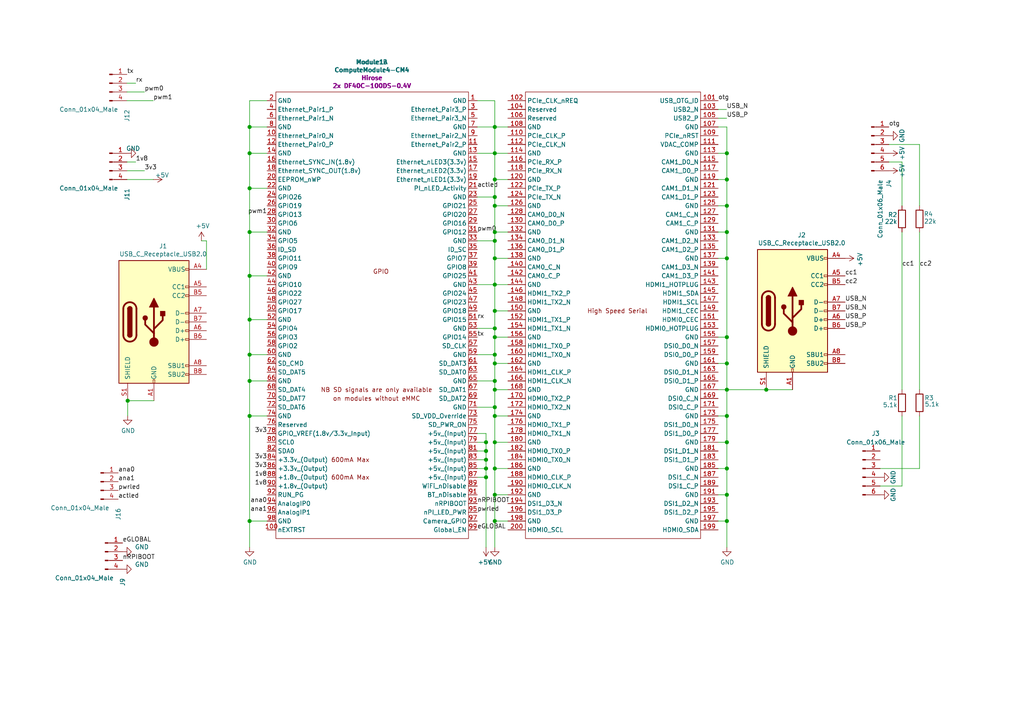
<source format=kicad_sch>
(kicad_sch (version 20210621) (generator eeschema)
  (paper "A4")
  (lib_symbols
    (symbol "CM4IO:ComputeModule4-CM4"
      (property "Reference" "Module" (at -0.4572 -98.1964 0))
      (property "Value" "ComputeModule4-CM4" (at -0.762 -93.5228 0))
      (property "Field4" "Hirose" (at -32.3596 0 0))
      (property "Field5" "2x DF40C-100DS-0.4V" (at -32.3596 -2.54 0))
      (symbol "ComputeModule4-CM4_1_0"
        (text "GPIO" (at -32.3596 6.35 0) (effects (font (size 1.27 1.27))))
      )
      (symbol "ComputeModule4-CM4_1_1"
        (text "600mA Max" (at -41.2496 -53.34 0) (effects (font (size 1.27 1.27))))
        (text "600mA Max" (at -41.2496 -48.26 0) (effects (font (size 1.27 1.27))))
        (text "NB SD signals are only available" (at -33.6296 -27.94 0) (effects (font (size 1.27 1.27))))
        (text "on modules without eMMC" (at -33.6296 -30.48 0) (effects (font (size 1.27 1.27))))
        (rectangle (start -62.8396 -71.12) (end -6.9596 58.42))
        (pin power_in line (at -4.4196 55.88 180) (length 2.54) (name "GND") (number "1"))
        (pin passive line (at -65.3796 45.72 0) (length 2.54) (name "Ethernet_Pair0_N") (number "10"))
        (pin output line (at -65.3796 -68.58 0) (length 2.54) (name "nEXTRST") (number "100"))
        (pin passive line (at -4.4196 43.18 180) (length 2.54) (name "Ethernet_Pair2_P") (number "11"))
        (pin passive line (at -65.3796 43.18 0) (length 2.54) (name "Ethernet_Pair0_P") (number "12"))
        (pin power_in line (at -4.4196 40.64 180) (length 2.54) (name "GND") (number "13"))
        (pin power_in line (at -65.3796 40.64 0) (length 2.54) (name "GND") (number "14"))
        (pin output line (at -4.4196 38.1 180) (length 2.54) (name "Ethernet_nLED3(3.3v)") (number "15"))
        (pin input line (at -65.3796 38.1 0) (length 2.54) (name "Ethernet_SYNC_IN(1.8v)") (number "16"))
        (pin output line (at -4.4196 35.56 180) (length 2.54) (name "Ethernet_nLED2(3.3v)") (number "17"))
        (pin input line (at -65.3796 35.56 0) (length 2.54) (name "Ethernet_SYNC_OUT(1.8v)") (number "18"))
        (pin output line (at -4.4196 33.02 180) (length 2.54) (name "Ethernet_nLED1(3.3v)") (number "19"))
        (pin power_in line (at -65.3796 55.88 0) (length 2.54) (name "GND") (number "2"))
        (pin passive line (at -65.3796 33.02 0) (length 2.54) (name "EEPROM_nWP") (number "20"))
        (pin open_collector line (at -4.4196 30.48 180) (length 2.54) (name "PI_nLED_Activity") (number "21"))
        (pin power_in line (at -65.3796 30.48 0) (length 2.54) (name "GND") (number "22"))
        (pin power_in line (at -4.4196 27.94 180) (length 2.54) (name "GND") (number "23"))
        (pin passive line (at -65.3796 27.94 0) (length 2.54) (name "GPIO26") (number "24"))
        (pin passive line (at -4.4196 25.4 180) (length 2.54) (name "GPIO21") (number "25"))
        (pin passive line (at -65.3796 25.4 0) (length 2.54) (name "GPIO19") (number "26"))
        (pin passive line (at -4.4196 22.86 180) (length 2.54) (name "GPIO20") (number "27"))
        (pin passive line (at -65.3796 22.86 0) (length 2.54) (name "GPIO13") (number "28"))
        (pin passive line (at -4.4196 20.32 180) (length 2.54) (name "GPIO16") (number "29"))
        (pin passive line (at -4.4196 53.34 180) (length 2.54) (name "Ethernet_Pair3_P") (number "3"))
        (pin passive line (at -65.3796 20.32 0) (length 2.54) (name "GPIO6") (number "30"))
        (pin passive line (at -4.4196 17.78 180) (length 2.54) (name "GPIO12") (number "31"))
        (pin power_in line (at -65.3796 17.78 0) (length 2.54) (name "GND") (number "32"))
        (pin power_in line (at -4.4196 15.24 180) (length 2.54) (name "GND") (number "33"))
        (pin passive line (at -65.3796 15.24 0) (length 2.54) (name "GPIO5") (number "34"))
        (pin passive line (at -4.4196 12.7 180) (length 2.54) (name "ID_SC") (number "35"))
        (pin passive line (at -65.3796 12.7 0) (length 2.54) (name "ID_SD") (number "36"))
        (pin passive line (at -4.4196 10.16 180) (length 2.54) (name "GPIO7") (number "37"))
        (pin passive line (at -65.3796 10.16 0) (length 2.54) (name "GPIO11") (number "38"))
        (pin passive line (at -4.4196 7.62 180) (length 2.54) (name "GPIO8") (number "39"))
        (pin passive line (at -65.3796 53.34 0) (length 2.54) (name "Ethernet_Pair1_P") (number "4"))
        (pin passive line (at -65.3796 7.62 0) (length 2.54) (name "GPIO9") (number "40"))
        (pin passive line (at -4.4196 5.08 180) (length 2.54) (name "GPIO25") (number "41"))
        (pin power_in line (at -65.3796 5.08 0) (length 2.54) (name "GND") (number "42"))
        (pin power_in line (at -4.4196 2.54 180) (length 2.54) (name "GND") (number "43"))
        (pin passive line (at -65.3796 2.54 0) (length 2.54) (name "GPIO10") (number "44"))
        (pin passive line (at -4.4196 0 180) (length 2.54) (name "GPIO24") (number "45"))
        (pin passive line (at -65.3796 0 0) (length 2.54) (name "GPIO22") (number "46"))
        (pin passive line (at -4.4196 -2.54 180) (length 2.54) (name "GPIO23") (number "47"))
        (pin passive line (at -65.3796 -2.54 0) (length 2.54) (name "GPIO27") (number "48"))
        (pin passive line (at -4.4196 -5.08 180) (length 2.54) (name "GPIO18") (number "49"))
        (pin passive line (at -4.4196 50.8 180) (length 2.54) (name "Ethernet_Pair3_N") (number "5"))
        (pin passive line (at -65.3796 -5.08 0) (length 2.54) (name "GPIO17") (number "50"))
        (pin passive line (at -4.4196 -7.62 180) (length 2.54) (name "GPIO15") (number "51"))
        (pin power_in line (at -65.3796 -7.62 0) (length 2.54) (name "GND") (number "52"))
        (pin power_in line (at -4.4196 -10.16 180) (length 2.54) (name "GND") (number "53"))
        (pin passive line (at -65.3796 -10.16 0) (length 2.54) (name "GPIO4") (number "54"))
        (pin passive line (at -4.4196 -12.7 180) (length 2.54) (name "GPIO14") (number "55"))
        (pin passive line (at -65.3796 -12.7 0) (length 2.54) (name "GPIO3") (number "56"))
        (pin passive line (at -4.4196 -15.24 180) (length 2.54) (name "SD_CLK") (number "57"))
        (pin passive line (at -65.3796 -15.24 0) (length 2.54) (name "GPIO2") (number "58"))
        (pin power_in line (at -4.4196 -17.78 180) (length 2.54) (name "GND") (number "59"))
        (pin passive line (at -65.3796 50.8 0) (length 2.54) (name "Ethernet_Pair1_N") (number "6"))
        (pin power_in line (at -65.3796 -17.78 0) (length 2.54) (name "GND") (number "60"))
        (pin passive line (at -4.4196 -20.32 180) (length 2.54) (name "SD_DAT3") (number "61"))
        (pin passive line (at -65.3796 -20.32 0) (length 2.54) (name "SD_CMD") (number "62"))
        (pin passive line (at -4.4196 -22.86 180) (length 2.54) (name "SD_DAT0") (number "63"))
        (pin passive line (at -65.3796 -22.86 0) (length 2.54) (name "SD_DAT5") (number "64"))
        (pin power_in line (at -4.4196 -25.4 180) (length 2.54) (name "GND") (number "65"))
        (pin power_in line (at -65.3796 -25.4 0) (length 2.54) (name "GND") (number "66"))
        (pin passive line (at -4.4196 -27.94 180) (length 2.54) (name "SD_DAT1") (number "67"))
        (pin passive line (at -65.3796 -27.94 0) (length 2.54) (name "SD_DAT4") (number "68"))
        (pin passive line (at -4.4196 -30.48 180) (length 2.54) (name "SD_DAT2") (number "69"))
        (pin power_in line (at -4.4196 48.26 180) (length 2.54) (name "GND") (number "7"))
        (pin passive line (at -65.3796 -30.48 0) (length 2.54) (name "SD_DAT7") (number "70"))
        (pin power_in line (at -4.4196 -33.02 180) (length 2.54) (name "GND") (number "71"))
        (pin passive line (at -65.3796 -33.02 0) (length 2.54) (name "SD_DAT6") (number "72"))
        (pin input line (at -4.4196 -35.56 180) (length 2.54) (name "SD_VDD_Override") (number "73"))
        (pin power_in line (at -65.3796 -35.56 0) (length 2.54) (name "GND") (number "74"))
        (pin output line (at -4.4196 -38.1 180) (length 2.54) (name "SD_PWR_ON") (number "75"))
        (pin passive line (at -65.3796 -38.1 0) (length 2.54) (name "Reserved") (number "76"))
        (pin power_in line (at -4.4196 -40.64 180) (length 2.54) (name "+5v_(Input)") (number "77"))
        (pin power_in line (at -65.3796 -40.64 0) (length 2.54) (name "GPIO_VREF(1.8v/3.3v_Input)") (number "78"))
        (pin power_in line (at -4.4196 -43.18 180) (length 2.54) (name "+5v_(Input)") (number "79"))
        (pin power_in line (at -65.3796 48.26 0) (length 2.54) (name "GND") (number "8"))
        (pin passive line (at -65.3796 -43.18 0) (length 2.54) (name "SCL0") (number "80"))
        (pin power_in line (at -4.4196 -45.72 180) (length 2.54) (name "+5v_(Input)") (number "81"))
        (pin passive line (at -65.3796 -45.72 0) (length 2.54) (name "SDA0") (number "82"))
        (pin power_in line (at -4.4196 -48.26 180) (length 2.54) (name "+5v_(Input)") (number "83"))
        (pin power_out line (at -65.3796 -48.26 0) (length 2.54) (name "+3.3v_(Output)") (number "84"))
        (pin power_in line (at -4.4196 -50.8 180) (length 2.54) (name "+5v_(Input)") (number "85"))
        (pin power_out line (at -65.3796 -50.8 0) (length 2.54) (name "+3.3v_(Output)") (number "86"))
        (pin power_in line (at -4.4196 -53.34 180) (length 2.54) (name "+5v_(Input)") (number "87"))
        (pin power_out line (at -65.3796 -53.34 0) (length 2.54) (name "+1.8v_(Output)") (number "88"))
        (pin power_in line (at -4.4196 -55.88 180) (length 2.54) (name "WiFi_nDisable") (number "89"))
        (pin passive line (at -4.4196 45.72 180) (length 2.54) (name "Ethernet_Pair2_N") (number "9"))
        (pin power_out line (at -65.3796 -55.88 0) (length 2.54) (name "+1.8v_(Output)") (number "90"))
        (pin power_in line (at -4.4196 -58.42 180) (length 2.54) (name "BT_nDisable") (number "91"))
        (pin passive line (at -65.3796 -58.42 0) (length 2.54) (name "RUN_PG") (number "92"))
        (pin input line (at -4.4196 -60.96 180) (length 2.54) (name "nRPIBOOT") (number "93"))
        (pin passive line (at -65.3796 -60.96 0) (length 2.54) (name "AnalogIP0") (number "94"))
        (pin output line (at -4.4196 -63.5 180) (length 2.54) (name "nPI_LED_PWR") (number "95"))
        (pin passive line (at -65.3796 -63.5 0) (length 2.54) (name "AnalogIP1") (number "96"))
        (pin passive line (at -4.4196 -66.04 180) (length 2.54) (name "Camera_GPIO") (number "97"))
        (pin power_in line (at -65.3796 -66.04 0) (length 2.54) (name "GND") (number "98"))
        (pin input line (at -4.4196 -68.58 180) (length 2.54) (name "Global_EN") (number "99"))
      )
      (symbol "ComputeModule4-CM4_2_1"
        (text "High Speed Serial" (at 36.3728 -5.08 0) (effects (font (size 1.27 1.27))))
        (rectangle (start 9.7028 -71.12) (end 60.5028 58.42))
        (pin input line (at 65.5828 55.88 180) (length 5.08) (name "USB_OTG_ID") (number "101"))
        (pin input line (at 4.6228 55.88 0) (length 5.08) (name "PCIe_CLK_nREQ") (number "102"))
        (pin passive line (at 65.5828 53.34 180) (length 5.08) (name "USB2_N") (number "103"))
        (pin passive line (at 4.6228 53.34 0) (length 5.08) (name "Reserved") (number "104"))
        (pin passive line (at 65.5828 50.8 180) (length 5.08) (name "USB2_P") (number "105"))
        (pin passive line (at 4.6228 50.8 0) (length 5.08) (name "Reserved") (number "106"))
        (pin power_in line (at 65.5828 48.26 180) (length 5.08) (name "GND") (number "107"))
        (pin power_in line (at 4.6228 48.26 0) (length 5.08) (name "GND") (number "108"))
        (pin bidirectional line (at 65.5828 45.72 180) (length 5.08) (name "PCIe_nRST") (number "109"))
        (pin output line (at 4.6228 45.72 0) (length 5.08) (name "PCIe_CLK_P") (number "110"))
        (pin passive line (at 65.5828 43.18 180) (length 5.08) (name "VDAC_COMP") (number "111"))
        (pin output line (at 4.6228 43.18 0) (length 5.08) (name "PCIe_CLK_N") (number "112"))
        (pin power_in line (at 65.5828 40.64 180) (length 5.08) (name "GND") (number "113"))
        (pin power_in line (at 4.6228 40.64 0) (length 5.08) (name "GND") (number "114"))
        (pin input line (at 65.5828 38.1 180) (length 5.08) (name "CAM1_D0_N") (number "115"))
        (pin input line (at 4.6228 38.1 0) (length 5.08) (name "PCIe_RX_P") (number "116"))
        (pin input line (at 65.5828 35.56 180) (length 5.08) (name "CAM1_D0_P") (number "117"))
        (pin input line (at 4.6228 35.56 0) (length 5.08) (name "PCIe_RX_N") (number "118"))
        (pin power_in line (at 65.5828 33.02 180) (length 5.08) (name "GND") (number "119"))
        (pin power_in line (at 4.6228 33.02 0) (length 5.08) (name "GND") (number "120"))
        (pin input line (at 65.5828 30.48 180) (length 5.08) (name "CAM1_D1_N") (number "121"))
        (pin output line (at 4.6228 30.48 0) (length 5.08) (name "PCIe_TX_P") (number "122"))
        (pin input line (at 65.5828 27.94 180) (length 5.08) (name "CAM1_D1_P") (number "123"))
        (pin output line (at 4.6228 27.94 0) (length 5.08) (name "PCIe_TX_N") (number "124"))
        (pin power_in line (at 65.5828 25.4 180) (length 5.08) (name "GND") (number "125"))
        (pin power_in line (at 4.6228 25.4 0) (length 5.08) (name "GND") (number "126"))
        (pin input line (at 65.5828 22.86 180) (length 5.08) (name "CAM1_C_N") (number "127"))
        (pin input line (at 4.6228 22.86 0) (length 5.08) (name "CAM0_D0_N") (number "128"))
        (pin input line (at 65.5828 20.32 180) (length 5.08) (name "CAM1_C_P") (number "129"))
        (pin input line (at 4.6228 20.32 0) (length 5.08) (name "CAM0_D0_P") (number "130"))
        (pin power_in line (at 65.5828 17.78 180) (length 5.08) (name "GND") (number "131"))
        (pin power_in line (at 4.6228 17.78 0) (length 5.08) (name "GND") (number "132"))
        (pin input line (at 65.5828 15.24 180) (length 5.08) (name "CAM1_D2_N") (number "133"))
        (pin input line (at 4.6228 15.24 0) (length 5.08) (name "CAM0_D1_N") (number "134"))
        (pin input line (at 65.5828 12.7 180) (length 5.08) (name "CAM1_D2_P") (number "135"))
        (pin input line (at 4.6228 12.7 0) (length 5.08) (name "CAM0_D1_P") (number "136"))
        (pin power_in line (at 65.5828 10.16 180) (length 5.08) (name "GND") (number "137"))
        (pin power_in line (at 4.6228 10.16 0) (length 5.08) (name "GND") (number "138"))
        (pin input line (at 65.5828 7.62 180) (length 5.08) (name "CAM1_D3_N") (number "139"))
        (pin input line (at 4.6228 7.62 0) (length 5.08) (name "CAM0_C_N") (number "140"))
        (pin input line (at 65.5828 5.08 180) (length 5.08) (name "CAM1_D3_P") (number "141"))
        (pin input line (at 4.6228 5.08 0) (length 5.08) (name "CAM0_C_P") (number "142"))
        (pin input line (at 65.5828 2.54 180) (length 5.08) (name "HDMI1_HOTPLUG") (number "143"))
        (pin power_in line (at 4.6228 2.54 0) (length 5.08) (name "GND") (number "144"))
        (pin bidirectional line (at 65.5828 0 180) (length 5.08) (name "HDMI1_SDA") (number "145"))
        (pin output line (at 4.6228 0 0) (length 5.08) (name "HDMI1_TX2_P") (number "146"))
        (pin open_collector line (at 65.5828 -2.54 180) (length 5.08) (name "HDMI1_SCL") (number "147"))
        (pin output line (at 4.6228 -2.54 0) (length 5.08) (name "HDMI1_TX2_N") (number "148"))
        (pin open_collector line (at 65.5828 -5.08 180) (length 5.08) (name "HDMI1_CEC") (number "149"))
        (pin power_in line (at 4.6228 -5.08 0) (length 5.08) (name "GND") (number "150"))
        (pin open_collector line (at 65.5828 -7.62 180) (length 5.08) (name "HDMI0_CEC") (number "151"))
        (pin output line (at 4.6228 -7.62 0) (length 5.08) (name "HDMI1_TX1_P") (number "152"))
        (pin input line (at 65.5828 -10.16 180) (length 5.08) (name "HDMI0_HOTPLUG") (number "153"))
        (pin output line (at 4.6228 -10.16 0) (length 5.08) (name "HDMI1_TX1_N") (number "154"))
        (pin power_in line (at 65.5828 -12.7 180) (length 5.08) (name "GND") (number "155"))
        (pin power_in line (at 4.6228 -12.7 0) (length 5.08) (name "GND") (number "156"))
        (pin output line (at 65.5828 -15.24 180) (length 5.08) (name "DSI0_D0_N") (number "157"))
        (pin output line (at 4.6228 -15.24 0) (length 5.08) (name "HDMI1_TX0_P") (number "158"))
        (pin output line (at 65.5828 -17.78 180) (length 5.08) (name "DSI0_D0_P") (number "159"))
        (pin output line (at 4.6228 -17.78 0) (length 5.08) (name "HDMI1_TX0_N") (number "160"))
        (pin power_in line (at 65.5828 -20.32 180) (length 5.08) (name "GND") (number "161"))
        (pin power_in line (at 4.6228 -20.32 0) (length 5.08) (name "GND") (number "162"))
        (pin output line (at 65.5828 -22.86 180) (length 5.08) (name "DSI0_D1_N") (number "163"))
        (pin output line (at 4.6228 -22.86 0) (length 5.08) (name "HDMI1_CLK_P") (number "164"))
        (pin output line (at 65.5828 -25.4 180) (length 5.08) (name "DSI0_D1_P") (number "165"))
        (pin output line (at 4.6228 -25.4 0) (length 5.08) (name "HDMI1_CLK_N") (number "166"))
        (pin power_in line (at 65.5828 -27.94 180) (length 5.08) (name "GND") (number "167"))
        (pin power_in line (at 4.6228 -27.94 0) (length 5.08) (name "GND") (number "168"))
        (pin output line (at 65.5828 -30.48 180) (length 5.08) (name "DSI0_C_N") (number "169"))
        (pin output line (at 4.6228 -30.48 0) (length 5.08) (name "HDMI0_TX2_P") (number "170"))
        (pin output line (at 65.5828 -33.02 180) (length 5.08) (name "DSI0_C_P") (number "171"))
        (pin output line (at 4.6228 -33.02 0) (length 5.08) (name "HDMI0_TX2_N") (number "172"))
        (pin power_in line (at 65.5828 -35.56 180) (length 5.08) (name "GND") (number "173"))
        (pin power_in line (at 4.6228 -35.56 0) (length 5.08) (name "GND") (number "174"))
        (pin output line (at 65.5828 -38.1 180) (length 5.08) (name "DSI1_D0_N") (number "175"))
        (pin output line (at 4.6228 -38.1 0) (length 5.08) (name "HDMI0_TX1_P") (number "176"))
        (pin output line (at 65.5828 -40.64 180) (length 5.08) (name "DSI1_D0_P") (number "177"))
        (pin output line (at 4.6228 -40.64 0) (length 5.08) (name "HDMI0_TX1_N") (number "178"))
        (pin power_in line (at 65.5828 -43.18 180) (length 5.08) (name "GND") (number "179"))
        (pin power_in line (at 4.6228 -43.18 0) (length 5.08) (name "GND") (number "180"))
        (pin output line (at 65.5828 -45.72 180) (length 5.08) (name "DSI1_D1_N") (number "181"))
        (pin output line (at 4.6228 -45.72 0) (length 5.08) (name "HDMI0_TX0_P") (number "182"))
        (pin output line (at 65.5828 -48.26 180) (length 5.08) (name "DSI1_D1_P") (number "183"))
        (pin output line (at 4.6228 -48.26 0) (length 5.08) (name "HDMI0_TX0_N") (number "184"))
        (pin power_in line (at 65.5828 -50.8 180) (length 5.08) (name "GND") (number "185"))
        (pin power_in line (at 4.6228 -50.8 0) (length 5.08) (name "GND") (number "186"))
        (pin output line (at 65.5828 -53.34 180) (length 5.08) (name "DSI1_C_N") (number "187"))
        (pin output line (at 4.6228 -53.34 0) (length 5.08) (name "HDMI0_CLK_P") (number "188"))
        (pin output line (at 65.5828 -55.88 180) (length 5.08) (name "DSI1_C_P") (number "189"))
        (pin output line (at 4.6228 -55.88 0) (length 5.08) (name "HDMI0_CLK_N") (number "190"))
        (pin power_in line (at 65.5828 -58.42 180) (length 5.08) (name "GND") (number "191"))
        (pin power_in line (at 4.6228 -58.42 0) (length 5.08) (name "GND") (number "192"))
        (pin output line (at 65.5828 -60.96 180) (length 5.08) (name "DSI1_D2_N") (number "193"))
        (pin output line (at 4.6228 -60.96 0) (length 5.08) (name "DSI1_D3_N") (number "194"))
        (pin output line (at 65.5828 -63.5 180) (length 5.08) (name "DSI1_D2_P") (number "195"))
        (pin output line (at 4.6228 -63.5 0) (length 5.08) (name "DSI1_D3_P") (number "196"))
        (pin power_in line (at 65.5828 -66.04 180) (length 5.08) (name "GND") (number "197"))
        (pin power_in line (at 4.6228 -66.04 0) (length 5.08) (name "GND") (number "198"))
        (pin bidirectional line (at 65.5828 -68.58 180) (length 5.08) (name "HDMI0_SDA") (number "199"))
        (pin open_collector line (at 4.6228 -68.58 0) (length 5.08) (name "HDMI0_SCL") (number "200"))
      )
    )
    (symbol "Connector:Conn_01x04_Male" (pin_names (offset 1.016) hide)
      (property "Reference" "J" (at 0 5.08 0))
      (property "Value" "Conn_01x04_Male" (at 0 -7.62 0))
      (symbol "Conn_01x04_Male_1_1"
        (rectangle (start 0.8636 -4.953) (end 0 -5.207) (stroke (width 0.1524)) (fill (type outline)))
        (rectangle (start 0.8636 -2.413) (end 0 -2.667) (stroke (width 0.1524)) (fill (type outline)))
        (rectangle (start 0.8636 0.127) (end 0 -0.127) (stroke (width 0.1524)) (fill (type outline)))
        (rectangle (start 0.8636 2.667) (end 0 2.413) (stroke (width 0.1524)) (fill (type outline)))
        (polyline (pts (xy 1.27 -5.08) (xy 0.8636 -5.08)) (stroke (width 0.1524)))
        (polyline (pts (xy 1.27 -2.54) (xy 0.8636 -2.54)) (stroke (width 0.1524)))
        (polyline (pts (xy 1.27 0) (xy 0.8636 0)) (stroke (width 0.1524)))
        (polyline (pts (xy 1.27 2.54) (xy 0.8636 2.54)) (stroke (width 0.1524)))
        (pin passive line (at 5.08 2.54 180) (length 3.81) (name "Pin_1") (number "1"))
        (pin passive line (at 5.08 0 180) (length 3.81) (name "Pin_2") (number "2"))
        (pin passive line (at 5.08 -2.54 180) (length 3.81) (name "Pin_3") (number "3"))
        (pin passive line (at 5.08 -5.08 180) (length 3.81) (name "Pin_4") (number "4"))
      )
    )
    (symbol "Connector:Conn_01x06_Male" (pin_names (offset 1.016) hide)
      (property "Reference" "J" (at 0 7.62 0))
      (property "Value" "Conn_01x06_Male" (at 0 -10.16 0))
      (symbol "Conn_01x06_Male_1_1"
        (rectangle (start 0.8636 -7.493) (end 0 -7.747) (stroke (width 0.1524)) (fill (type outline)))
        (rectangle (start 0.8636 -4.953) (end 0 -5.207) (stroke (width 0.1524)) (fill (type outline)))
        (rectangle (start 0.8636 -2.413) (end 0 -2.667) (stroke (width 0.1524)) (fill (type outline)))
        (rectangle (start 0.8636 0.127) (end 0 -0.127) (stroke (width 0.1524)) (fill (type outline)))
        (rectangle (start 0.8636 2.667) (end 0 2.413) (stroke (width 0.1524)) (fill (type outline)))
        (rectangle (start 0.8636 5.207) (end 0 4.953) (stroke (width 0.1524)) (fill (type outline)))
        (polyline (pts (xy 1.27 -7.62) (xy 0.8636 -7.62)) (stroke (width 0.1524)))
        (polyline (pts (xy 1.27 -5.08) (xy 0.8636 -5.08)) (stroke (width 0.1524)))
        (polyline (pts (xy 1.27 -2.54) (xy 0.8636 -2.54)) (stroke (width 0.1524)))
        (polyline (pts (xy 1.27 0) (xy 0.8636 0)) (stroke (width 0.1524)))
        (polyline (pts (xy 1.27 2.54) (xy 0.8636 2.54)) (stroke (width 0.1524)))
        (polyline (pts (xy 1.27 5.08) (xy 0.8636 5.08)) (stroke (width 0.1524)))
        (pin passive line (at 5.08 5.08 180) (length 3.81) (name "Pin_1") (number "1"))
        (pin passive line (at 5.08 2.54 180) (length 3.81) (name "Pin_2") (number "2"))
        (pin passive line (at 5.08 0 180) (length 3.81) (name "Pin_3") (number "3"))
        (pin passive line (at 5.08 -2.54 180) (length 3.81) (name "Pin_4") (number "4"))
        (pin passive line (at 5.08 -5.08 180) (length 3.81) (name "Pin_5") (number "5"))
        (pin passive line (at 5.08 -7.62 180) (length 3.81) (name "Pin_6") (number "6"))
      )
    )
    (symbol "Connector:USB_C_Receptacle_USB2.0" (pin_names (offset 1.016))
      (property "Reference" "J" (at -10.16 19.05 0))
      (property "Value" "USB_C_Receptacle_USB2.0" (at 19.05 19.05 0))
      (symbol "USB_C_Receptacle_USB2.0_0_0"
        (rectangle (start -0.254 -17.78) (end 0.254 -16.764))
        (rectangle (start 10.16 -14.986) (end 9.144 -15.494))
        (rectangle (start 10.16 -12.446) (end 9.144 -12.954))
        (rectangle (start 10.16 -4.826) (end 9.144 -5.334))
        (rectangle (start 10.16 -2.286) (end 9.144 -2.794))
        (rectangle (start 10.16 0.254) (end 9.144 -0.254))
        (rectangle (start 10.16 2.794) (end 9.144 2.286))
        (rectangle (start 10.16 7.874) (end 9.144 7.366))
        (rectangle (start 10.16 10.414) (end 9.144 9.906))
        (rectangle (start 10.16 15.494) (end 9.144 14.986))
      )
      (symbol "USB_C_Receptacle_USB2.0_0_1"
        (arc (start -8.89 -3.81) (end -5.08 -3.81) (radius (at -6.985 -3.81) (length 1.905) (angles -179.9 -0.1)) (stroke (width 0.508)))
        (arc (start -7.62 -3.81) (end -6.35 -3.81) (radius (at -6.985 -3.81) (length 0.635) (angles -179.9 -0.1)) (stroke (width 0.254)))
        (arc (start -6.35 3.81) (end -7.62 3.81) (radius (at -6.985 3.81) (length 0.635) (angles 0.1 179.9)) (stroke (width 0.254)))
        (arc (start -5.08 3.81) (end -8.89 3.81) (radius (at -6.985 3.81) (length 1.905) (angles 0.1 179.9)) (stroke (width 0.508)))
        (arc (start -7.62 -3.81) (end -6.35 -3.81) (radius (at -6.985 -3.81) (length 0.635) (angles -179.9 -0.1)) (stroke (width 0.254)) (fill (type outline)))
        (arc (start -6.35 3.81) (end -7.62 3.81) (radius (at -6.985 3.81) (length 0.635) (angles 0.1 179.9)) (stroke (width 0.254)) (fill (type outline)))
        (circle (center -2.54 1.143) (radius 0.635) (stroke (width 0.254)) (fill (type outline)))
        (circle (center 0 -5.842) (radius 1.27) (fill (type outline)))
        (rectangle (start -7.62 -3.81) (end -6.35 3.81) (stroke (width 0.254)) (fill (type outline)))
        (rectangle (start 1.905 1.778) (end 3.175 3.048) (stroke (width 0.254)) (fill (type outline)))
        (rectangle (start -10.16 17.78) (end 10.16 -17.78) (stroke (width 0.254)) (fill (type background)))
        (polyline (pts (xy -8.89 -3.81) (xy -8.89 3.81)) (stroke (width 0.508)))
        (polyline (pts (xy -5.08 3.81) (xy -5.08 -3.81)) (stroke (width 0.508)))
        (polyline (pts (xy 0 -5.842) (xy 0 4.318)) (stroke (width 0.508)))
        (polyline (pts (xy 0 -3.302) (xy -2.54 -0.762) (xy -2.54 0.508)) (stroke (width 0.508)))
        (polyline (pts (xy 0 -2.032) (xy 2.54 0.508) (xy 2.54 1.778)) (stroke (width 0.508)))
        (polyline (pts (xy -1.27 4.318) (xy 0 6.858) (xy 1.27 4.318) (xy -1.27 4.318)) (stroke (width 0.254)) (fill (type outline)))
      )
      (symbol "USB_C_Receptacle_USB2.0_1_1"
        (pin passive line (at 0 -22.86 90) (length 5.08) (name "GND") (number "A1"))
        (pin passive line (at 0 -22.86 90) (length 5.08) hide (name "GND") (number "A12"))
        (pin passive line (at 15.24 15.24 180) (length 5.08) (name "VBUS") (number "A4"))
        (pin bidirectional line (at 15.24 10.16 180) (length 5.08) (name "CC1") (number "A5"))
        (pin bidirectional line (at 15.24 -2.54 180) (length 5.08) (name "D+") (number "A6"))
        (pin bidirectional line (at 15.24 2.54 180) (length 5.08) (name "D-") (number "A7"))
        (pin bidirectional line (at 15.24 -12.7 180) (length 5.08) (name "SBU1") (number "A8"))
        (pin passive line (at 15.24 15.24 180) (length 5.08) hide (name "VBUS") (number "A9"))
        (pin passive line (at 0 -22.86 90) (length 5.08) hide (name "GND") (number "B1"))
        (pin passive line (at 0 -22.86 90) (length 5.08) hide (name "GND") (number "B12"))
        (pin passive line (at 15.24 15.24 180) (length 5.08) hide (name "VBUS") (number "B4"))
        (pin bidirectional line (at 15.24 7.62 180) (length 5.08) (name "CC2") (number "B5"))
        (pin bidirectional line (at 15.24 -5.08 180) (length 5.08) (name "D+") (number "B6"))
        (pin bidirectional line (at 15.24 0 180) (length 5.08) (name "D-") (number "B7"))
        (pin bidirectional line (at 15.24 -15.24 180) (length 5.08) (name "SBU2") (number "B8"))
        (pin passive line (at 15.24 15.24 180) (length 5.08) hide (name "VBUS") (number "B9"))
        (pin passive line (at -7.62 -22.86 90) (length 5.08) (name "SHIELD") (number "S1"))
      )
    )
    (symbol "Device:R" (pin_numbers hide) (pin_names (offset 0))
      (property "Reference" "R" (at 2.032 0 90))
      (property "Value" "R" (at 0 0 90))
      (symbol "R_0_1"
        (rectangle (start -1.016 -2.54) (end 1.016 2.54) (stroke (width 0.254)))
      )
      (symbol "R_1_1"
        (pin passive line (at 0 3.81 270) (length 1.27) (name "~") (number "1"))
        (pin passive line (at 0 -3.81 90) (length 1.27) (name "~") (number "2"))
      )
    )
    (symbol "power:+5V" (power) (pin_names (offset 0))
      (property "Value" "+5V" (at 0 3.556 0))
      (symbol "+5V_0_1"
        (polyline (pts (xy -0.762 1.27) (xy 0 2.54)))
        (polyline (pts (xy 0 0) (xy 0 2.54)))
        (polyline (pts (xy 0 2.54) (xy 0.762 1.27)))
      )
      (symbol "+5V_1_1"
        (pin power_in line (at 0 0 90) (length 0) hide (name "+5V") (number "1"))
      )
    )
    (symbol "power:GND" (power) (pin_names (offset 0))
      (property "Value" "GND" (at 0 -3.81 0))
      (symbol "GND_0_1"
        (polyline (pts (xy 0 0) (xy 0 -1.27) (xy 1.27 -1.27) (xy 0 -2.54) (xy -1.27 -1.27) (xy 0 -1.27)))
      )
      (symbol "GND_1_1"
        (pin power_in line (at 0 0 270) (length 0) hide (name "GND") (number "1"))
      )
    )
  )
  (junction (at 37.0332 116.2304) (diameter 1.016))
  (junction (at 72.39 36.83) (diameter 1.016))
  (junction (at 72.39 44.45) (diameter 1.016))
  (junction (at 72.39 54.61) (diameter 1.016))
  (junction (at 72.39 67.31) (diameter 1.016))
  (junction (at 72.39 80.01) (diameter 1.016))
  (junction (at 72.39 92.71) (diameter 1.016))
  (junction (at 72.39 102.87) (diameter 1.016))
  (junction (at 72.39 110.49) (diameter 1.016))
  (junction (at 72.39 120.65) (diameter 1.016))
  (junction (at 72.39 151.13) (diameter 1.016))
  (junction (at 140.97 128.27) (diameter 1.016))
  (junction (at 140.97 130.81) (diameter 1.016))
  (junction (at 140.97 133.35) (diameter 1.016))
  (junction (at 140.97 135.89) (diameter 1.016))
  (junction (at 140.97 138.43) (diameter 1.016))
  (junction (at 143.51 36.83) (diameter 1.016))
  (junction (at 143.51 44.45) (diameter 1.016))
  (junction (at 143.51 52.07) (diameter 1.016))
  (junction (at 143.51 57.15) (diameter 1.016))
  (junction (at 143.51 59.69) (diameter 1.016))
  (junction (at 143.51 67.31) (diameter 1.016))
  (junction (at 143.51 69.85) (diameter 1.016))
  (junction (at 143.51 74.93) (diameter 1.016))
  (junction (at 143.51 82.55) (diameter 1.016))
  (junction (at 143.51 90.17) (diameter 1.016))
  (junction (at 143.51 95.25) (diameter 1.016))
  (junction (at 143.51 97.79) (diameter 1.016))
  (junction (at 143.51 102.87) (diameter 1.016))
  (junction (at 143.51 105.41) (diameter 1.016))
  (junction (at 143.51 110.49) (diameter 1.016))
  (junction (at 143.51 113.03) (diameter 1.016))
  (junction (at 143.51 118.11) (diameter 1.016))
  (junction (at 143.51 120.65) (diameter 1.016))
  (junction (at 143.51 128.27) (diameter 1.016))
  (junction (at 143.51 135.89) (diameter 1.016))
  (junction (at 143.51 143.51) (diameter 1.016))
  (junction (at 143.51 151.13) (diameter 1.016))
  (junction (at 210.82 44.45) (diameter 1.016))
  (junction (at 210.82 52.07) (diameter 1.016))
  (junction (at 210.82 59.69) (diameter 1.016))
  (junction (at 210.82 67.31) (diameter 1.016))
  (junction (at 210.82 74.93) (diameter 1.016))
  (junction (at 210.82 97.79) (diameter 1.016))
  (junction (at 210.82 105.41) (diameter 1.016))
  (junction (at 210.82 113.03) (diameter 1.016))
  (junction (at 210.82 120.65) (diameter 1.016))
  (junction (at 210.82 128.27) (diameter 1.016))
  (junction (at 210.82 135.89) (diameter 1.016))
  (junction (at 210.82 143.51) (diameter 1.016))
  (junction (at 210.82 151.13) (diameter 1.016))
  (junction (at 222.25 113.03) (diameter 1.016))
  (wire (pts (xy 36.83 46.99) (xy 39.37 46.99)))
  (wire (pts (xy 36.83 49.53) (xy 41.91 49.53)))
  (wire (pts (xy 36.83 52.07) (xy 44.45 52.07)))
  (wire (pts (xy 37.0332 116.2304) (xy 37.0332 120.5992)))
  (wire (pts (xy 37.0332 116.2304) (xy 44.6532 116.2304)))
  (wire (pts (xy 39.37 24.13) (xy 36.83 24.13)))
  (wire (pts (xy 41.91 26.67) (xy 36.83 26.67)))
  (wire (pts (xy 44.45 29.21) (xy 36.83 29.21)))
  (wire (pts (xy 58.42 69.85) (xy 59.8932 69.85)))
  (wire (pts (xy 59.8932 78.1304) (xy 59.8932 69.85)))
  (wire (pts (xy 72.39 29.21) (xy 72.39 36.83)))
  (wire (pts (xy 72.39 36.83) (xy 77.47 36.83)))
  (wire (pts (xy 72.39 44.45) (xy 72.39 36.83)))
  (wire (pts (xy 72.39 54.61) (xy 72.39 44.45)))
  (wire (pts (xy 72.39 67.31) (xy 72.39 54.61)))
  (wire (pts (xy 72.39 67.31) (xy 77.47 67.31)))
  (wire (pts (xy 72.39 80.01) (xy 72.39 67.31)))
  (wire (pts (xy 72.39 92.71) (xy 72.39 80.01)))
  (wire (pts (xy 72.39 102.87) (xy 72.39 92.71)))
  (wire (pts (xy 72.39 102.87) (xy 77.47 102.87)))
  (wire (pts (xy 72.39 110.49) (xy 72.39 102.87)))
  (wire (pts (xy 72.39 120.65) (xy 72.39 110.49)))
  (wire (pts (xy 72.39 151.13) (xy 72.39 120.65)))
  (wire (pts (xy 72.39 151.13) (xy 72.39 158.75)))
  (wire (pts (xy 77.47 29.21) (xy 72.39 29.21)))
  (wire (pts (xy 77.47 44.45) (xy 72.39 44.45)))
  (wire (pts (xy 77.47 54.61) (xy 72.39 54.61)))
  (wire (pts (xy 77.47 80.01) (xy 72.39 80.01)))
  (wire (pts (xy 77.47 92.71) (xy 72.39 92.71)))
  (wire (pts (xy 77.47 110.49) (xy 72.39 110.49)))
  (wire (pts (xy 77.47 120.65) (xy 72.39 120.65)))
  (wire (pts (xy 77.47 151.13) (xy 72.39 151.13)))
  (wire (pts (xy 138.43 36.83) (xy 143.51 36.83)))
  (wire (pts (xy 138.43 82.55) (xy 143.51 82.55)))
  (wire (pts (xy 138.43 102.87) (xy 143.51 102.87)))
  (wire (pts (xy 138.43 125.73) (xy 140.97 125.73)))
  (wire (pts (xy 138.43 128.27) (xy 140.97 128.27)))
  (wire (pts (xy 138.43 130.81) (xy 140.97 130.81)))
  (wire (pts (xy 138.43 133.35) (xy 140.97 133.35)))
  (wire (pts (xy 138.43 135.89) (xy 140.97 135.89)))
  (wire (pts (xy 140.97 125.73) (xy 140.97 128.27)))
  (wire (pts (xy 140.97 128.27) (xy 140.97 130.81)))
  (wire (pts (xy 140.97 130.81) (xy 140.97 133.35)))
  (wire (pts (xy 140.97 133.35) (xy 140.97 135.89)))
  (wire (pts (xy 140.97 135.89) (xy 140.97 138.43)))
  (wire (pts (xy 140.97 138.43) (xy 138.43 138.43)))
  (wire (pts (xy 140.97 138.43) (xy 140.97 158.75)))
  (wire (pts (xy 143.51 29.21) (xy 138.43 29.21)))
  (wire (pts (xy 143.51 29.21) (xy 143.51 36.83)))
  (wire (pts (xy 143.51 36.83) (xy 143.51 44.45)))
  (wire (pts (xy 143.51 36.83) (xy 147.32 36.83)))
  (wire (pts (xy 143.51 44.45) (xy 138.43 44.45)))
  (wire (pts (xy 143.51 44.45) (xy 143.51 52.07)))
  (wire (pts (xy 143.51 44.45) (xy 147.32 44.45)))
  (wire (pts (xy 143.51 52.07) (xy 143.51 57.15)))
  (wire (pts (xy 143.51 52.07) (xy 147.32 52.07)))
  (wire (pts (xy 143.51 57.15) (xy 138.43 57.15)))
  (wire (pts (xy 143.51 59.69) (xy 143.51 57.15)))
  (wire (pts (xy 143.51 59.69) (xy 143.51 67.31)))
  (wire (pts (xy 143.51 67.31) (xy 143.51 69.85)))
  (wire (pts (xy 143.51 67.31) (xy 147.32 67.31)))
  (wire (pts (xy 143.51 69.85) (xy 138.43 69.85)))
  (wire (pts (xy 143.51 74.93) (xy 143.51 69.85)))
  (wire (pts (xy 143.51 74.93) (xy 143.51 82.55)))
  (wire (pts (xy 143.51 82.55) (xy 143.51 90.17)))
  (wire (pts (xy 143.51 82.55) (xy 147.32 82.55)))
  (wire (pts (xy 143.51 90.17) (xy 143.51 95.25)))
  (wire (pts (xy 143.51 90.17) (xy 147.32 90.17)))
  (wire (pts (xy 143.51 95.25) (xy 138.43 95.25)))
  (wire (pts (xy 143.51 95.25) (xy 143.51 97.79)))
  (wire (pts (xy 143.51 97.79) (xy 143.51 102.87)))
  (wire (pts (xy 143.51 97.79) (xy 147.32 97.79)))
  (wire (pts (xy 143.51 102.87) (xy 143.51 105.41)))
  (wire (pts (xy 143.51 105.41) (xy 143.51 110.49)))
  (wire (pts (xy 143.51 105.41) (xy 147.32 105.41)))
  (wire (pts (xy 143.51 110.49) (xy 138.43 110.49)))
  (wire (pts (xy 143.51 110.49) (xy 143.51 113.03)))
  (wire (pts (xy 143.51 113.03) (xy 143.51 118.11)))
  (wire (pts (xy 143.51 113.03) (xy 147.32 113.03)))
  (wire (pts (xy 143.51 118.11) (xy 138.43 118.11)))
  (wire (pts (xy 143.51 118.11) (xy 143.51 120.65)))
  (wire (pts (xy 143.51 120.65) (xy 143.51 128.27)))
  (wire (pts (xy 143.51 120.65) (xy 147.32 120.65)))
  (wire (pts (xy 143.51 128.27) (xy 147.32 128.27)))
  (wire (pts (xy 143.51 135.89) (xy 143.51 128.27)))
  (wire (pts (xy 143.51 135.89) (xy 147.32 135.89)))
  (wire (pts (xy 143.51 143.51) (xy 143.51 135.89)))
  (wire (pts (xy 143.51 143.51) (xy 147.32 143.51)))
  (wire (pts (xy 143.51 151.13) (xy 143.51 143.51)))
  (wire (pts (xy 143.51 151.13) (xy 143.51 158.75)))
  (wire (pts (xy 147.32 59.69) (xy 143.51 59.69)))
  (wire (pts (xy 147.32 74.93) (xy 143.51 74.93)))
  (wire (pts (xy 147.32 151.13) (xy 143.51 151.13)))
  (wire (pts (xy 208.28 31.75) (xy 210.7184 31.75)))
  (wire (pts (xy 208.28 34.29) (xy 210.7692 34.29)))
  (wire (pts (xy 208.28 36.83) (xy 210.82 36.83)))
  (wire (pts (xy 208.28 44.45) (xy 210.82 44.45)))
  (wire (pts (xy 208.28 52.07) (xy 210.82 52.07)))
  (wire (pts (xy 208.28 59.69) (xy 210.82 59.69)))
  (wire (pts (xy 208.28 67.31) (xy 210.82 67.31)))
  (wire (pts (xy 208.28 74.93) (xy 210.82 74.93)))
  (wire (pts (xy 208.28 97.79) (xy 210.82 97.79)))
  (wire (pts (xy 208.28 105.41) (xy 210.82 105.41)))
  (wire (pts (xy 208.28 113.03) (xy 210.82 113.03)))
  (wire (pts (xy 208.28 120.65) (xy 210.82 120.65)))
  (wire (pts (xy 208.28 128.27) (xy 210.82 128.27)))
  (wire (pts (xy 208.28 135.89) (xy 210.82 135.89)))
  (wire (pts (xy 208.28 143.51) (xy 210.82 143.51)))
  (wire (pts (xy 208.28 151.13) (xy 210.82 151.13)))
  (wire (pts (xy 210.82 36.83) (xy 210.82 44.45)))
  (wire (pts (xy 210.82 52.07) (xy 210.82 44.45)))
  (wire (pts (xy 210.82 59.69) (xy 210.82 52.07)))
  (wire (pts (xy 210.82 67.31) (xy 210.82 59.69)))
  (wire (pts (xy 210.82 74.93) (xy 210.82 67.31)))
  (wire (pts (xy 210.82 97.79) (xy 210.82 74.93)))
  (wire (pts (xy 210.82 105.41) (xy 210.82 97.79)))
  (wire (pts (xy 210.82 113.03) (xy 210.82 105.41)))
  (wire (pts (xy 210.82 113.03) (xy 210.82 120.65)))
  (wire (pts (xy 210.82 113.03) (xy 222.25 113.03)))
  (wire (pts (xy 210.82 128.27) (xy 210.82 120.65)))
  (wire (pts (xy 210.82 135.89) (xy 210.82 128.27)))
  (wire (pts (xy 210.82 143.51) (xy 210.82 135.89)))
  (wire (pts (xy 210.82 151.13) (xy 210.82 143.51)))
  (wire (pts (xy 210.82 151.13) (xy 210.82 158.75)))
  (wire (pts (xy 222.25 113.03) (xy 229.87 113.03)))
  (wire (pts (xy 255.27 135.89) (xy 266.7 135.89)))
  (wire (pts (xy 255.27 140.97) (xy 261.62 140.97)))
  (wire (pts (xy 257.81 41.91) (xy 266.7 41.91)))
  (wire (pts (xy 257.81 46.99) (xy 261.62 46.99)))
  (wire (pts (xy 261.62 46.99) (xy 261.62 59.69)))
  (wire (pts (xy 261.62 67.31) (xy 261.62 113.03)))
  (wire (pts (xy 261.62 120.65) (xy 261.62 140.97)))
  (wire (pts (xy 266.7 41.91) (xy 266.7 59.69)))
  (wire (pts (xy 266.7 67.31) (xy 266.7 113.03)))
  (wire (pts (xy 266.7 120.65) (xy 266.7 135.89)))
  (label "ana0" (at 34.29 137.16 0))
  (label "ana1" (at 34.29 139.7 0))
  (label "pwrled" (at 34.29 142.24 0))
  (label "actled" (at 34.29 144.78 0))
  (label "eGLOBAL" (at 35.56 157.48 0))
  (label "nRPIBOOT" (at 35.56 162.56 0))
  (label "tx" (at 36.83 21.59 0))
  (label "rx" (at 39.37 24.13 0))
  (label "1v8" (at 39.37 46.99 0))
  (label "pwm0" (at 41.91 26.67 0))
  (label "3v3" (at 41.91 49.53 0))
  (label "pwm1" (at 44.45 29.21 0))
  (label "pwm1" (at 77.47 62.23 180))
  (label "3v3" (at 77.47 125.73 180))
  (label "3v3" (at 77.47 133.35 180))
  (label "3v3" (at 77.47 135.89 180))
  (label "1v8" (at 77.47 138.43 180))
  (label "1v8" (at 77.47 140.97 180))
  (label "ana0" (at 77.47 146.05 180))
  (label "ana1" (at 77.47 148.59 180))
  (label "actled" (at 138.43 54.61 0))
  (label "pwm0" (at 138.43 67.31 0))
  (label "rx" (at 138.43 92.71 0))
  (label "tx" (at 138.43 97.79 0))
  (label "nRPIBOOT" (at 138.43 146.05 0))
  (label "pwrled" (at 138.43 148.59 0))
  (label "eGLOBAL" (at 138.43 153.67 0))
  (label "otg" (at 208.28 29.21 0))
  (label "USB_N" (at 210.7184 31.75 0))
  (label "USB_P" (at 210.7692 34.29 0))
  (label "cc1" (at 245.11 80.01 0))
  (label "cc2" (at 245.11 82.55 0))
  (label "USB_N" (at 245.11 87.63 0))
  (label "USB_N" (at 245.11 90.17 0))
  (label "USB_P" (at 245.11 92.71 0))
  (label "USB_P" (at 245.11 95.25 0))
  (label "otg" (at 257.81 36.83 0))
  (label "cc1" (at 261.62 77.47 0))
  (label "cc2" (at 266.7 77.47 0))
  (symbol (lib_id "power:+5V") (at 44.45 52.07 270) (unit 1)
    (property "Reference" "#PWR03" (effects hide))
    (property "Value" "+5V" (at 46.99 50.8 90))
  )
  (symbol (lib_id "power:+5V") (at 58.42 69.85 0) (unit 1)
    (property "Reference" "#PWR02" (effects hide))
    (property "Value" "+5V" (at 58.7883 65.5256 0))
  )
  (symbol (lib_id "power:+5V") (at 140.97 158.75 180) (unit 1)
    (property "Reference" "#PWR04" (effects hide))
    (property "Value" "+5V" (at 140.6017 163.0744 0))
  )
  (symbol (lib_id "power:+5V") (at 245.11 74.93 270) (unit 1)
    (property "Reference" "#PWR06" (effects hide))
    (property "Value" "+5V" (at 249.4344 75.2983 0))
  )
  (symbol (lib_id "power:+5V") (at 257.81 44.45 270) (unit 1)
    (property "Reference" "#PWR016" (effects hide))
    (property "Value" "+5V" (at 261.62 44.45 0))
  )
  (symbol (lib_id "power:+5V") (at 257.81 49.53 270) (unit 1)
    (property "Reference" "#PWR015" (effects hide))
    (property "Value" "+5V" (at 261.62 49.53 0))
  )
  (symbol (lib_id "power:GND") (at 35.56 160.02 90) (unit 1)
    (property "Reference" "#PWR010" (effects hide))
    (property "Value" "GND" (at 41.1544 158.6357 90))
  )
  (symbol (lib_id "power:GND") (at 35.56 165.1 90) (unit 1)
    (property "Reference" "#PWR012" (effects hide))
    (property "Value" "GND" (at 41.1544 163.7157 90))
  )
  (symbol (lib_id "power:GND") (at 36.83 44.45 90) (unit 1)
    (property "Reference" "#PWR011" (effects hide))
    (property "Value" "GND" (at 38.6144 43.0657 90))
  )
  (symbol (lib_id "power:GND") (at 37.0332 120.5992 0) (unit 1)
    (property "Reference" "#PWR01" (effects hide))
    (property "Value" "GND" (at 37.1475 124.9236 0))
  )
  (symbol (lib_id "power:GND") (at 72.39 158.75 0) (unit 1)
    (property "Reference" "#PWR013" (effects hide))
    (property "Value" "GND" (at 72.5043 163.0744 0))
  )
  (symbol (lib_id "power:GND") (at 143.51 158.75 0) (unit 1)
    (property "Reference" "#PWR05" (effects hide))
    (property "Value" "GND" (at 143.6243 163.0744 0))
  )
  (symbol (lib_id "power:GND") (at 210.82 158.75 0) (unit 1)
    (property "Reference" "#PWR07" (effects hide))
    (property "Value" "GND" (at 210.9343 163.0744 0))
  )
  (symbol (lib_id "power:GND") (at 255.27 138.43 90) (unit 1)
    (property "Reference" "#PWR08" (effects hide))
    (property "Value" "GND" (at 259.08 138.43 0))
  )
  (symbol (lib_id "power:GND") (at 255.27 143.51 90) (unit 1)
    (property "Reference" "#PWR09" (effects hide))
    (property "Value" "GND" (at 259.08 143.51 0))
  )
  (symbol (lib_id "power:GND") (at 257.81 39.37 90) (unit 1)
    (property "Reference" "#PWR014" (effects hide))
    (property "Value" "GND" (at 261.62 39.37 0))
  )
  (symbol (lib_id "Device:R") (at 261.62 63.5 0) (unit 1)
    (property "Reference" "R2" (at 257.556 62.2808 0) (effects (justify left)))
    (property "Value" "22k" (at 256.5906 64.2624 0) (effects (justify left)))
    (property "Footprint" "Resistor_THT:R_Axial_DIN0207_L6.3mm_D2.5mm_P10.16mm_Horizontal" (effects hide))
  )
  (symbol (lib_id "Device:R") (at 261.62 116.84 0) (unit 1)
    (property "Reference" "R1" (at 257.6576 115.4176 0) (effects (justify left)))
    (property "Value" "5.1k" (at 256.032 117.4496 0) (effects (justify left)))
    (property "Footprint" "Resistor_THT:R_Axial_DIN0207_L6.3mm_D2.5mm_P10.16mm_Horizontal" (effects hide))
  )
  (symbol (lib_id "Device:R") (at 266.7 63.5 0) (unit 1)
    (property "Reference" "R4" (at 267.9192 62.0776 0) (effects (justify left)))
    (property "Value" "22k" (at 267.97 64.2112 0) (effects (justify left)))
    (property "Footprint" "Resistor_THT:R_Axial_DIN0207_L6.3mm_D2.5mm_P10.16mm_Horizontal" (effects hide))
  )
  (symbol (lib_id "Device:R") (at 266.7 116.84 0) (unit 1)
    (property "Reference" "R3" (at 268.1224 115.4176 0) (effects (justify left)))
    (property "Value" "5.1k" (at 268.1732 117.2464 0) (effects (justify left)))
    (property "Footprint" "Resistor_THT:R_Axial_DIN0207_L6.3mm_D2.5mm_P10.16mm_Horizontal" (effects hide))
  )
  (symbol (lib_id "Connector:Conn_01x04_Male") (at 29.21 139.7 0) (unit 1)
    (property "Reference" "J16" (at 34.29 147.32 90) (effects (justify right)))
    (property "Value" "Conn_01x04_Male" (at 31.75 147.32 0) (effects (justify right)))
    (property "Footprint" "Connector_PinHeader_2.54mm:PinHeader_1x04_P2.54mm_Vertical" (effects hide))
  )
  (symbol (lib_id "Connector:Conn_01x04_Male") (at 30.48 160.02 0) (unit 1)
    (property "Reference" "J9" (at 35.56 167.64 90) (effects (justify right)))
    (property "Value" "Conn_01x04_Male" (at 33.02 167.64 0) (effects (justify right)))
    (property "Footprint" "Connector_PinHeader_2.54mm:PinHeader_1x04_P2.54mm_Vertical" (effects hide))
  )
  (symbol (lib_id "Connector:Conn_01x04_Male") (at 31.75 24.13 0) (unit 1)
    (property "Reference" "J12" (at 36.83 31.75 90) (effects (justify right)))
    (property "Value" "Conn_01x04_Male" (at 34.29 31.75 0) (effects (justify right)))
    (property "Footprint" "Connector_PinHeader_2.54mm:PinHeader_1x04_P2.54mm_Vertical" (effects hide))
  )
  (symbol (lib_id "Connector:Conn_01x04_Male") (at 31.75 46.99 0) (unit 1)
    (property "Reference" "J11" (at 36.83 54.61 90) (effects (justify right)))
    (property "Value" "Conn_01x04_Male" (at 34.29 54.61 0) (effects (justify right)))
    (property "Footprint" "Connector_PinHeader_2.54mm:PinHeader_1x04_P2.54mm_Vertical" (effects hide))
  )
  (symbol (lib_id "Connector:Conn_01x06_Male") (at 250.19 135.89 0) (unit 1)
    (property "Reference" "J3" (at 254 125.73 0))
    (property "Value" "Conn_01x06_Male" (at 254 128.27 0))
    (property "Footprint" "Connector_PinHeader_2.54mm:PinHeader_1x06_P2.54mm_Vertical" (effects hide))
  )
  (symbol (lib_id "Connector:Conn_01x06_Male") (at 252.73 41.91 0) (unit 1)
    (property "Reference" "J4" (at 257.81 52.07 90) (effects (justify right)))
    (property "Value" "Conn_01x06_Male" (at 255.27 52.07 90) (effects (justify right)))
    (property "Footprint" "Connector_PinHeader_2.54mm:PinHeader_1x06_P2.54mm_Vertical" (effects hide))
  )
  (symbol (lib_id "Connector:USB_C_Receptacle_USB2.0") (at 44.6532 93.3704 0) (unit 1)
    (property "Reference" "J1" (at 47.3202 71.3802 0))
    (property "Value" "USB_C_Receptacle_USB2.0" (at 47.3202 73.6789 0))
    (property "Footprint" "Connector_USB:USB_C_Receptacle_XKB_U262-16XN-4BVC11" (effects hide))
    (property "Datasheet" "https://www.usb.org/sites/default/files/documents/usb_type-c.zip" (effects hide))
  )
  (symbol (lib_id "Connector:USB_C_Receptacle_USB2.0") (at 229.87 90.17 0) (unit 1)
    (property "Reference" "J2" (at 232.537 68.1798 0))
    (property "Value" "USB_C_Receptacle_USB2.0" (at 232.537 70.4785 0))
    (property "Footprint" "Connector_USB:USB_C_Receptacle_XKB_U262-16XN-4BVC11" (effects hide))
    (property "Datasheet" "https://www.usb.org/sites/default/files/documents/usb_type-c.zip" (effects hide))
  )
  (symbol (lib_id "CM4IO:ComputeModule4-CM4") (at 142.6972 85.09 0) (unit 2)
    (property "Reference" "Module1" (at 107.7976 17.9894 0))
    (property "Value" "ComputeModule4-CM4" (at 107.7976 20.2881 0))
    (property "Footprint" "CM4IO:Raspberry-Pi-4-Compute-Module" (effects hide))
    (property "Field4" "Hirose" (at 107.7976 22.5868 0))
    (property "Field5" "2x DF40C-100DS-0.4V" (at 107.7976 24.8855 0))
  )
  (symbol (lib_id "CM4IO:ComputeModule4-CM4") (at 142.8496 85.09 0) (unit 1)
    (property "Reference" "Module1" (at 107.95 17.9894 0))
    (property "Value" "ComputeModule4-CM4" (at 107.95 20.2881 0))
    (property "Footprint" "CM4IO:Raspberry-Pi-4-Compute-Module" (effects hide))
    (property "Field4" "Hirose" (at 107.95 22.5868 0))
    (property "Field5" "2x DF40C-100DS-0.4V" (at 107.95 24.8855 0))
  )
)
</source>
